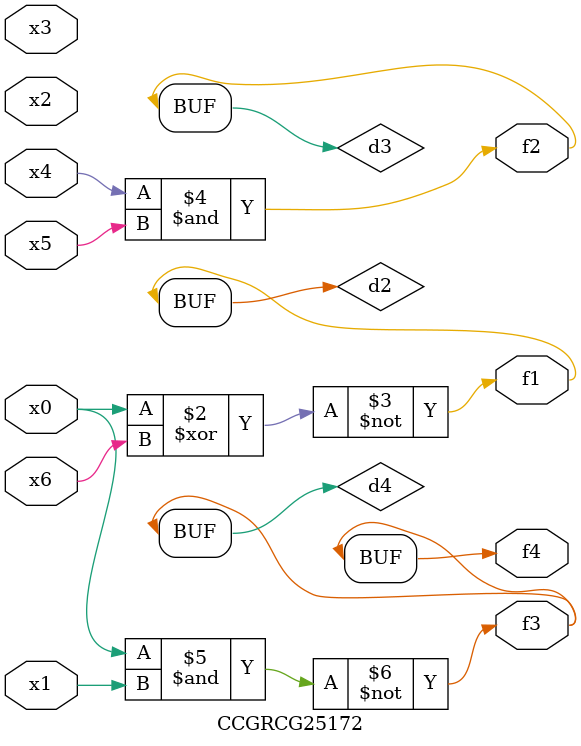
<source format=v>
module CCGRCG25172(
	input x0, x1, x2, x3, x4, x5, x6,
	output f1, f2, f3, f4
);

	wire d1, d2, d3, d4;

	nor (d1, x0);
	xnor (d2, x0, x6);
	and (d3, x4, x5);
	nand (d4, x0, x1);
	assign f1 = d2;
	assign f2 = d3;
	assign f3 = d4;
	assign f4 = d4;
endmodule

</source>
